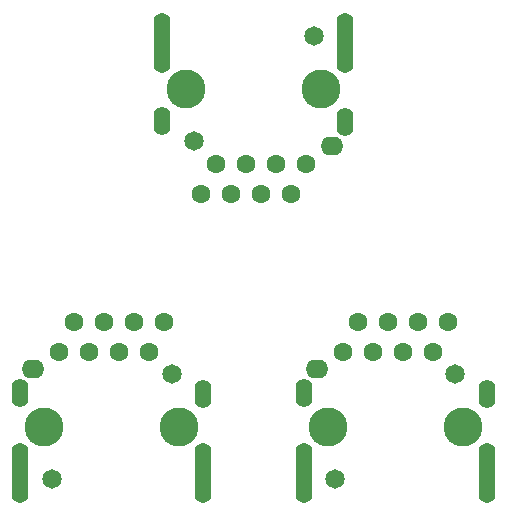
<source format=gbr>
G04 #@! TF.GenerationSoftware,KiCad,Pcbnew,(6.0.4-0)*
G04 #@! TF.CreationDate,2022-05-30T10:48:12+01:00*
G04 #@! TF.ProjectId,InterlockSplitterCombiner06,496e7465-726c-46f6-936b-53706c697474,rev?*
G04 #@! TF.SameCoordinates,Original*
G04 #@! TF.FileFunction,Soldermask,Top*
G04 #@! TF.FilePolarity,Negative*
%FSLAX46Y46*%
G04 Gerber Fmt 4.6, Leading zero omitted, Abs format (unit mm)*
G04 Created by KiCad (PCBNEW (6.0.4-0)) date 2022-05-30 10:48:12*
%MOMM*%
%LPD*%
G01*
G04 APERTURE LIST*
%ADD10C,1.652000*%
%ADD11C,3.302000*%
%ADD12C,1.602000*%
%ADD13O,1.402000X5.102000*%
%ADD14O,1.902000X1.602000*%
%ADD15O,1.402000X2.402000*%
G04 APERTURE END LIST*
D10*
X165040000Y-49800000D03*
X154880000Y-58690000D03*
D11*
X165670000Y-54250000D03*
X154240000Y-54250000D03*
D12*
X164400000Y-60600000D03*
X163130000Y-63140000D03*
X161860000Y-60600000D03*
X160590000Y-63140000D03*
X159320000Y-60600000D03*
X158050000Y-63140000D03*
X156780000Y-60600000D03*
X155510000Y-63140000D03*
D13*
X152200000Y-50350000D03*
D14*
X166600000Y-59100000D03*
D13*
X167700000Y-50350000D03*
D15*
X152200000Y-57000000D03*
X167700000Y-57100000D03*
D11*
X153660000Y-82850000D03*
D10*
X153020000Y-78410000D03*
X142860000Y-87300000D03*
D11*
X142230000Y-82850000D03*
D12*
X143500000Y-76500000D03*
X144770000Y-73960000D03*
X146040000Y-76500000D03*
X147310000Y-73960000D03*
X148580000Y-76500000D03*
X149850000Y-73960000D03*
X151120000Y-76500000D03*
X152390000Y-73960000D03*
D15*
X140200000Y-80000000D03*
X155700000Y-80100000D03*
D13*
X155700000Y-86750000D03*
X140200000Y-86750000D03*
D14*
X141300000Y-78000000D03*
D11*
X166230000Y-82850000D03*
D10*
X177020000Y-78410000D03*
X166860000Y-87300000D03*
D11*
X177660000Y-82850000D03*
D12*
X167500000Y-76500000D03*
X168770000Y-73960000D03*
X170040000Y-76500000D03*
X171310000Y-73960000D03*
X172580000Y-76500000D03*
X173850000Y-73960000D03*
X175120000Y-76500000D03*
X176390000Y-73960000D03*
D15*
X179700000Y-80100000D03*
D13*
X164200000Y-86750000D03*
X179700000Y-86750000D03*
D14*
X165300000Y-78000000D03*
D15*
X164200000Y-80000000D03*
M02*

</source>
